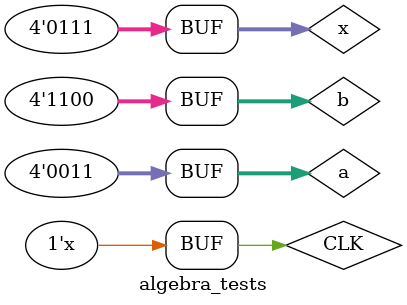
<source format=v>
`timescale 1ns / 1ps


module algebra_tests;

	// Inputs
	reg CLK;
	reg [3:0] a;
	reg [3:0] x;
	reg [3:0] b;

	// Outputs
	wire [8:0] y;

	// Instantiate the Unit Under Test (UUT)
	algebra uut (
		.CLK(CLK), 
		.a(a), 
		.x(x), 
		.b(b), 
		.y(y)
	);

	initial begin
		// Initialize Inputs
		CLK = 0;
		a = 3;
		//x = 0;
		b = -4;

		// Wait 100 ns for global reset to finish
		
        
		// Add stimulus here
		#5 x=2;
		#10 x=5;
		#10 x=-6;
		#10 x=7;

	end
	
	always begin 
		#5 CLK=~CLK;	
	end
      
endmodule


</source>
